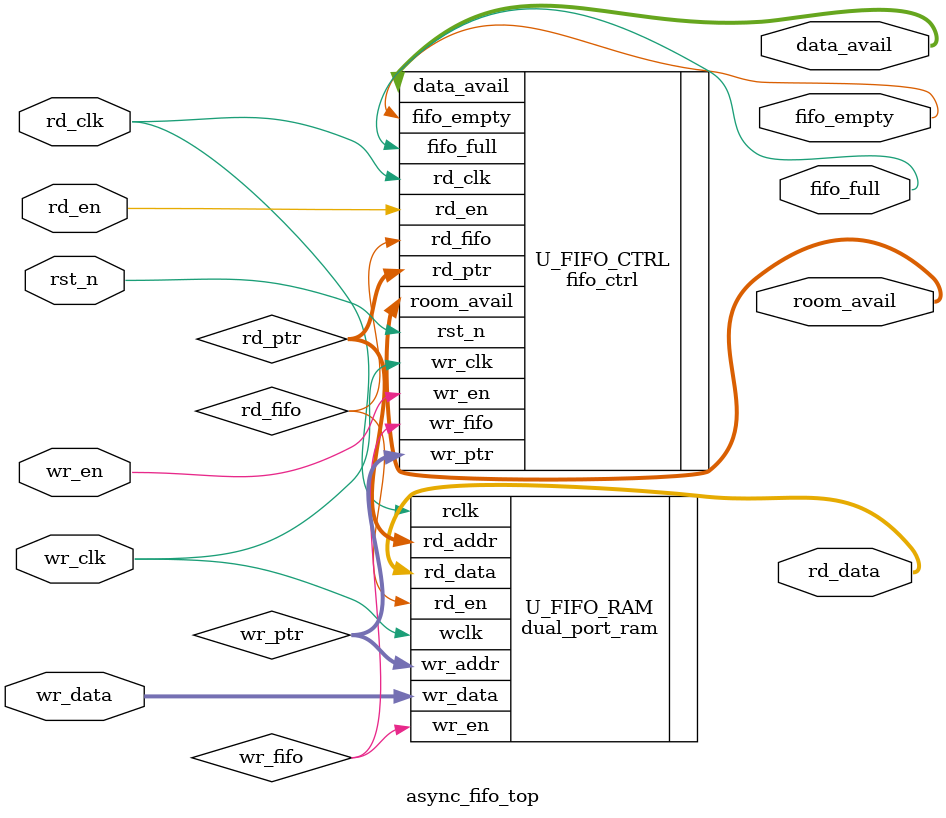
<source format=sv>
module async_fifo_top 
#(
    parameter DATA_W = 16 ,
    parameter FIFO_D = 32  
)(
    input  logic                      wr_clk      ,
    input  logic                      rd_clk      ,
    input  logic                      rst_n       ,
    input  logic[DATA_W-1:0]          wr_data     ,
    input  logic                      wr_en       ,
    input  logic                      rd_en       ,


    output logic[DATA_W-1:0]          rd_data     ,
    output logic                      fifo_full   ,
    output logic[$clog2(FIFO_D):0]    data_avail ,
    output logic[$clog2(FIFO_D):0]    room_avail ,
    output logic                      fifo_empty 
);

    localparam PTR_N = ($clog2(FIFO_D))    ;
    wire [PTR_N:0]          wr_ptr ;
    wire [PTR_N:0]          rd_ptr ;
    wire                    wr_fifo;
    wire                    rd_fifo;
        

    fifo_ctrl #(
                .FIFO_D(FIFO_D),
                .PTR_N (PTR_N )
                )
              U_FIFO_CTRL(
                .wr_clk    (wr_clk    ),
                .rd_clk    (rd_clk    ),
                .rst_n     (rst_n     ),
                .wr_en     (wr_en     ),
                .rd_en     (rd_en     ),
        
                .wr_fifo   (wr_fifo   ),
                .rd_fifo   (rd_fifo   ),
                .wr_ptr    (wr_ptr    ),                
                .rd_ptr    (rd_ptr    ),
                .data_avail(data_avail),
                .room_avail(room_avail),
                .fifo_full (fifo_full ),
                .fifo_empty(fifo_empty)                
                );
    
    dual_port_ram #(
                .DEPTH(FIFO_D),
                .WIDTH(DATA_W)    
                )
              U_FIFO_RAM(
                .wclk      (wr_clk    ),
                .wr_en     (wr_fifo   ),
                .wr_addr   (wr_ptr    ),
                .wr_data   (wr_data   ),
                .rclk      (rd_clk    ),
                .rd_en     (rd_fifo   ),
                .rd_addr   (rd_ptr    ),
                .rd_data   (rd_data   )
                );

endmodule


</source>
